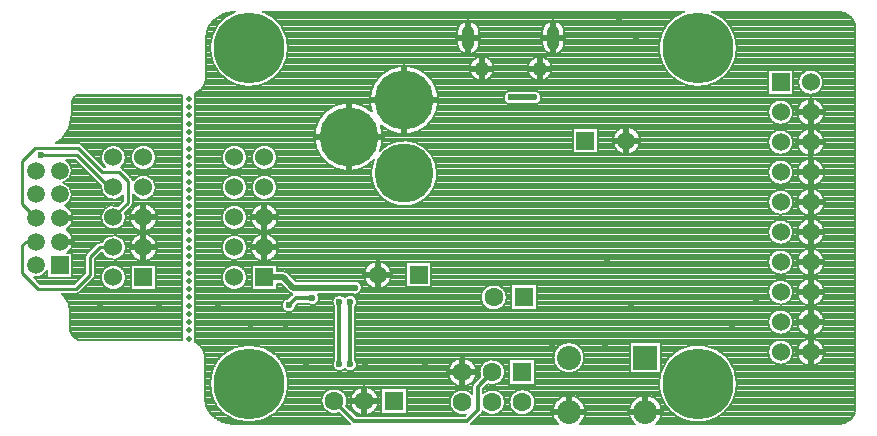
<source format=gbl>
G04*
G04 #@! TF.GenerationSoftware,Altium Limited,Altium Designer,18.1.7 (191)*
G04*
G04 Layer_Physical_Order=2*
G04 Layer_Color=16711680*
%FSLAX24Y24*%
%MOIN*%
G70*
G01*
G75*
%ADD11C,0.0118*%
%ADD13C,0.0098*%
%ADD15C,0.0079*%
%ADD49C,0.0197*%
%ADD51C,0.0197*%
%ADD52C,0.1969*%
%ADD53C,0.0600*%
%ADD54R,0.0600X0.0600*%
%ADD55R,0.0600X0.0600*%
%ADD56C,0.0630*%
%ADD57R,0.0630X0.0630*%
%ADD58C,0.0800*%
%ADD59R,0.0800X0.0800*%
%ADD60C,0.0591*%
%ADD61R,0.0591X0.0591*%
%ADD62C,0.2362*%
%ADD63C,0.0492*%
%ADD64O,0.0433X0.0787*%
%ADD65C,0.0236*%
D11*
X44764Y19646D02*
Y21732D01*
X44409Y19646D02*
Y21732D01*
X42717Y21614D02*
X42953Y21850D01*
X43504D01*
X49016Y18898D02*
X49504Y19386D01*
X49016Y18110D02*
Y18898D01*
X48661Y17756D02*
X49016Y18110D01*
X44906Y17756D02*
X48661D01*
X44236Y18425D02*
X44906Y17756D01*
D13*
X36417Y23543D02*
X36874D01*
X36102Y23228D02*
X36417Y23543D01*
X36102Y22635D02*
Y23228D01*
X35633Y22165D02*
X36102Y22635D01*
X34370Y22165D02*
X35633D01*
X33842Y22693D02*
X34370Y22165D01*
X33842Y22693D02*
Y23626D01*
X33957Y23740D01*
X34291D01*
X36874Y24543D02*
X37362Y25031D01*
Y25748D01*
X37047Y26063D02*
X37362Y25748D01*
X36496Y26063D02*
X37047D01*
X35689Y26870D02*
X36496Y26063D01*
X34272Y26870D02*
X35689D01*
X33842Y26440D02*
X34272Y26870D01*
X33842Y26438D02*
Y26440D01*
X33839Y26434D02*
X33842Y26438D01*
X33839Y24980D02*
Y26434D01*
Y24980D02*
X34291Y24528D01*
X36740Y25543D02*
X36874D01*
X35659Y26624D02*
X36740Y25543D01*
X34449Y26624D02*
X35659D01*
D15*
X61604Y30863D02*
G03*
X61457Y31220I-505J0D01*
G01*
X61456Y31220D02*
G03*
X61005Y31407I-452J-452D01*
G01*
X60532Y29051D02*
G03*
X60532Y29051I-418J0D01*
G01*
X60572Y28051D02*
G03*
X60572Y28051I-457J0D01*
G01*
Y27051D02*
G03*
X60572Y27051I-457J0D01*
G01*
X59532Y28051D02*
G03*
X59532Y28051I-418J0D01*
G01*
Y27051D02*
G03*
X59532Y27051I-418J0D01*
G01*
X60572Y25051D02*
G03*
X60572Y25051I-457J0D01*
G01*
Y26051D02*
G03*
X60572Y26051I-457J0D01*
G01*
X59532D02*
G03*
X59532Y26051I-418J0D01*
G01*
X60572Y24055D02*
G03*
X60572Y24055I-457J0D01*
G01*
X59532Y25051D02*
G03*
X59532Y25051I-418J0D01*
G01*
Y24055D02*
G03*
X59532Y24055I-418J0D01*
G01*
X57657Y30197D02*
G03*
X56830Y31407I-1299J0D01*
G01*
X51909Y30719D02*
G03*
X51161Y30719I-374J0D01*
G01*
Y30364D02*
G03*
X51909Y30364I374J0D01*
G01*
X55887Y31407D02*
G03*
X57657Y30197I472J-1211D01*
G01*
X51486Y29508D02*
G03*
X51486Y29508I-404J0D01*
G01*
X51142Y28543D02*
G03*
X50811Y28760I-236J0D01*
G01*
X50213D02*
G03*
X50213Y28327I-94J-217D01*
G01*
X49075Y30719D02*
G03*
X48327Y30719I-374J0D01*
G01*
Y30364D02*
G03*
X49075Y30364I374J0D01*
G01*
X49557Y29508D02*
G03*
X49557Y29508I-404J0D01*
G01*
X47707Y28455D02*
G03*
X45489Y28073I-1142J0D01*
G01*
X50811Y28327D02*
G03*
X51142Y28543I94J217D01*
G01*
X54434Y27106D02*
G03*
X54434Y27106I-457J0D01*
G01*
X45791Y27616D02*
G03*
X47707Y28455I774J839D01*
G01*
X45856Y27234D02*
G03*
X45791Y27616I-1142J0D01*
G01*
X45753Y26759D02*
G03*
X45856Y27234I-1038J475D01*
G01*
X47667Y26014D02*
G03*
X45753Y26759I-1102J0D01*
G01*
X45560Y26467D02*
G03*
X47667Y26014I1005J-453D01*
G01*
X60572Y23055D02*
G03*
X60572Y23055I-457J0D01*
G01*
Y22055D02*
G03*
X60572Y22055I-457J0D01*
G01*
Y21055D02*
G03*
X60572Y21055I-457J0D01*
G01*
X59532Y23055D02*
G03*
X59532Y23055I-418J0D01*
G01*
Y22055D02*
G03*
X59532Y22055I-418J0D01*
G01*
Y21055D02*
G03*
X59532Y21055I-418J0D01*
G01*
X61457Y17832D02*
G03*
X61604Y18188I-357J357D01*
G01*
X60572Y20055D02*
G03*
X60572Y20055I-457J0D01*
G01*
X59532D02*
G03*
X59532Y20055I-418J0D01*
G01*
X61005Y17645D02*
G03*
X61456Y17832I0J639D01*
G01*
X57657Y19006D02*
G03*
X55124Y19413I-1299J0D01*
G01*
X55106Y19353D02*
G03*
X57657Y19006I1252J-347D01*
G01*
X55164Y18071D02*
G03*
X54247Y17645I-557J0D01*
G01*
X54966D02*
G03*
X55164Y18071I-360J426D01*
G01*
X55124Y19413D02*
G03*
X55106Y19353I1234J-407D01*
G01*
X52574Y19871D02*
G03*
X52574Y19871I-518J0D01*
G01*
X46137Y22628D02*
G03*
X46137Y22628I-457J0D01*
G01*
X49984Y21878D02*
G03*
X49984Y21878I-433J0D01*
G01*
X49937Y19386D02*
G03*
X49099Y19232I-433J0D01*
G01*
X49350Y18981D02*
G03*
X49937Y19386I154J405D01*
G01*
X48976D02*
G03*
X48976Y19386I-472J0D01*
G01*
X52614Y18071D02*
G03*
X51697Y17645I-557J0D01*
G01*
X50937Y18386D02*
G03*
X50937Y18386I-433J0D01*
G01*
X52416Y17645D02*
G03*
X52614Y18071I-360J426D01*
G01*
X48890Y19023D02*
G03*
X48839Y18898I125J-125D01*
G01*
X48890Y19023D02*
G03*
X48839Y18898I125J-125D01*
G01*
X49937Y18386D02*
G03*
X49193Y18687I-433J0D01*
G01*
X49141Y17985D02*
G03*
X49191Y18086I-125J125D01*
G01*
X49191D02*
G03*
X49937Y18386I313J300D01*
G01*
X49141Y17985D02*
G03*
X49191Y18086I-125J125D01*
G01*
X48839Y18661D02*
G03*
X48625Y17970I-335J-275D01*
G01*
X42697Y30197D02*
G03*
X41869Y31407I-1299J0D01*
G01*
X45489Y28073D02*
G03*
X45560Y26467I-774J-839D01*
G01*
X42324Y26543D02*
G03*
X42324Y26543I-418J0D01*
G01*
X40926Y31407D02*
G03*
X40198Y31103I7J-1040D01*
G01*
X40926Y31407D02*
G03*
X42697Y30197I472J-1211D01*
G01*
X41324Y26543D02*
G03*
X41324Y26543I-418J0D01*
G01*
X42324Y25543D02*
G03*
X42324Y25543I-418J0D01*
G01*
X42363Y24543D02*
G03*
X42363Y24543I-457J0D01*
G01*
X41324Y25543D02*
G03*
X41324Y25543I-418J0D01*
G01*
Y24543D02*
G03*
X41324Y24543I-418J0D01*
G01*
X40197Y31103D02*
G03*
X39970Y30554I549J-549D01*
G01*
X39803Y28809D02*
G03*
X39970Y29213I-403J403D01*
G01*
X39606Y28681D02*
G03*
X39803Y28809I-206J532D01*
G01*
X38292Y26543D02*
G03*
X38292Y26543I-418J0D01*
G01*
X37292D02*
G03*
X36597Y26230I-418J0D01*
G01*
X37127Y26210D02*
G03*
X37292Y26543I-253J333D01*
G01*
X37166Y26181D02*
G03*
X37127Y26210I-118J-118D01*
G01*
X37166Y26181D02*
G03*
X37127Y26210I-118J-118D01*
G01*
X35790Y28642D02*
G03*
X35551Y28543I0J-338D01*
G01*
D02*
G03*
X35482Y28376I167J-167D01*
G01*
X35158Y27165D02*
G03*
X35482Y27949I-784J784D01*
G01*
X35807Y26988D02*
G03*
X35689Y27037I-118J-118D01*
G01*
X35807Y26988D02*
G03*
X35689Y27037I-118J-118D01*
G01*
X35492Y26102D02*
G03*
X35292Y26457I-413J0D01*
G01*
X34962Y27037D02*
G03*
X35158Y27165I-208J531D01*
G01*
X35205Y25709D02*
G03*
X35492Y26102I-126J394D01*
G01*
X38292Y25543D02*
G03*
X37527Y25777I-418J0D01*
G01*
X37530Y25306D02*
G03*
X38292Y25543I344J237D01*
G01*
X37527Y25777D02*
G03*
X37481Y25866I-165J-29D01*
G01*
X37527Y25777D02*
G03*
X37481Y25866I-165J-29D01*
G01*
Y24913D02*
G03*
X37530Y25031I-118J118D01*
G01*
X37481Y24913D02*
G03*
X37530Y25031I-118J118D01*
G01*
X38331Y24543D02*
G03*
X38331Y24543I-457J0D01*
G01*
X36458Y25588D02*
G03*
X37195Y25275I416J-45D01*
G01*
X35492Y25315D02*
G03*
X35205Y25709I-413J0D01*
G01*
X35259Y24943D02*
G03*
X35492Y25315I-180J372D01*
G01*
X37292Y24543D02*
G03*
X37263Y24696I-418J0D01*
G01*
X37027Y24933D02*
G03*
X37292Y24543I-153J-389D01*
G01*
X35531Y24528D02*
G03*
X35259Y24943I-453J0D01*
G01*
X35302Y24134D02*
G03*
X35531Y24528I-224J394D01*
G01*
X44827Y21988D02*
G03*
X45157Y22205I94J217D01*
G01*
D02*
G03*
X44827Y22421I-236J0D01*
G01*
X42689Y22696D02*
G03*
X42535Y22760I-153J-153D01*
G01*
X42689Y22696D02*
G03*
X42535Y22760I-153J-153D01*
G01*
X42721Y22052D02*
G03*
X42844Y21990I153J153D01*
G01*
X42721Y22052D02*
G03*
X42844Y21990I153J153D01*
G01*
X44941Y21576D02*
G03*
X45000Y21732I-177J156D01*
G01*
D02*
G03*
X44587Y21889I-236J0D01*
G01*
X44587D02*
G03*
X44232Y21576I-177J-156D01*
G01*
X43740Y21850D02*
G03*
X43696Y21988I-236J0D01*
G01*
X43348Y21673D02*
G03*
X43740Y21850I156J177D01*
G01*
X42702Y21850D02*
G03*
X42952Y21599I15J-236D01*
G01*
X42363Y23543D02*
G03*
X42363Y23543I-457J0D01*
G01*
X41324D02*
G03*
X41324Y23543I-418J0D01*
G01*
Y22543D02*
G03*
X41324Y22543I-418J0D01*
G01*
X45000Y19646D02*
G03*
X44941Y19802I-236J0D01*
G01*
X45709Y18425D02*
G03*
X45709Y18425I-472J0D01*
G01*
X44587Y19489D02*
G03*
X45000Y19646I177J156D01*
G01*
X44232Y19802D02*
G03*
X44587Y19489I177J-156D01*
G01*
X44669Y18425D02*
G03*
X44390Y18020I-433J0D01*
G01*
X44641Y18271D02*
G03*
X44669Y18425I-405J154D01*
G01*
X42697Y19006D02*
G03*
X42697Y19006I-1299J0D01*
G01*
X37292Y23543D02*
G03*
X36491Y23711I-418J0D01*
G01*
X38331Y23543D02*
G03*
X38331Y23543I-457J0D01*
G01*
X36417Y23711D02*
G03*
X36299Y23662I0J-167D01*
G01*
X36491Y23376D02*
G03*
X37292Y23543I383J167D01*
G01*
X36417Y23711D02*
G03*
X36299Y23662I0J-167D01*
G01*
X35334Y23366D02*
G03*
X35531Y23740I-255J374D01*
G01*
D02*
G03*
X35302Y24134I-453J0D01*
G01*
X35984Y23347D02*
G03*
X35935Y23228I118J-118D01*
G01*
X35984Y23347D02*
G03*
X35935Y23228I118J-118D01*
G01*
X37292Y22543D02*
G03*
X37292Y22543I-418J0D01*
G01*
X36221Y22517D02*
G03*
X36270Y22635I-118J118D01*
G01*
X36221Y22517D02*
G03*
X36270Y22635I-118J118D01*
G01*
X34228Y22544D02*
G03*
X34665Y22777I64J408D01*
G01*
X39764Y20276D02*
G03*
X39606Y20387I-403J-403D01*
G01*
X39931Y19872D02*
G03*
X39764Y20276I-571J0D01*
G01*
X40924Y17645D02*
G03*
X40894Y17648I-30J-165D01*
G01*
X40161Y17949D02*
G03*
X40894Y17648I732J738D01*
G01*
X39931Y18501D02*
G03*
X40158Y17953I776J0D01*
G01*
X35633Y21998D02*
G03*
X35751Y22047I0J167D01*
G01*
X35633Y21998D02*
G03*
X35751Y22047I0J167D01*
G01*
X35197Y21969D02*
G03*
X35165Y21998I-403J-403D01*
G01*
X35443Y21375D02*
G03*
X35197Y21969I-839J0D01*
G01*
X35443Y20758D02*
G03*
X35512Y20591I236J0D01*
G01*
D02*
G03*
X35869Y20443I357J357D01*
G01*
X60500Y29213D02*
X61604D01*
X60532Y29055D02*
X61604D01*
X60524Y29134D02*
X61604D01*
X60385Y29370D02*
X61604D01*
X60244Y29449D02*
X61604D01*
X60456Y29291D02*
X61604D01*
X60503Y28898D02*
X61604D01*
X60526Y28976D02*
X61604D01*
X60462Y28819D02*
X61604D01*
X60265Y28661D02*
X61604D01*
X60394Y28740D02*
X61604D01*
X60180Y28504D02*
X61604D01*
X59532Y29449D02*
X59985D01*
X59532Y28633D02*
Y29469D01*
Y29370D02*
X59844D01*
X59532Y29291D02*
X59772D01*
X59532Y29213D02*
X59728D01*
X59532Y28819D02*
X59767D01*
X59532Y28898D02*
X59725D01*
X60378Y28425D02*
X61604D01*
X59532Y29134D02*
X59704D01*
X59532Y29055D02*
X59696D01*
X59532Y28976D02*
X59703D01*
X60568Y28110D02*
X61604D01*
X60550Y28189D02*
X61604D01*
X60561Y27953D02*
X61604D01*
X60571Y28031D02*
X61604D01*
X60517Y28268D02*
X61604D01*
X60464Y28346D02*
X61604D01*
X60536Y27874D02*
X61604D01*
X60529Y27244D02*
X61604D01*
X60493Y27795D02*
X61604D01*
X60557Y27165D02*
X61604D01*
X60310Y27638D02*
X61604D01*
X60426Y27716D02*
X61604D01*
X60482Y27323D02*
X61604D01*
X60408Y27402D02*
X61604D01*
X60273Y27480D02*
X61604D01*
X57657Y30236D02*
X61604D01*
X57652Y30315D02*
X61604D01*
X57652Y30079D02*
X61604D01*
X57657Y30157D02*
X61604D01*
X57642Y30394D02*
X61604D01*
X57628Y30472D02*
X61604D01*
X57642Y30000D02*
X61604D01*
X57608Y29842D02*
X61604D01*
X57628Y29921D02*
X61604D01*
X57583Y29764D02*
X61604D01*
X57515Y29606D02*
X61604D01*
X57552Y29685D02*
X61604D01*
X57472Y29527D02*
X61604D01*
X57290Y31102D02*
X61544D01*
X57206Y31181D02*
X61492D01*
X57361Y31024D02*
X61578D01*
X56978Y31339D02*
X61293D01*
X56830Y31407D02*
X61005D01*
X57105Y31260D02*
X61413D01*
X57583Y30630D02*
X61604D01*
X57552Y30709D02*
X61604D01*
X57608Y30551D02*
X61604D01*
X57472Y30866D02*
X61604D01*
X57421Y30945D02*
X61598D01*
X57516Y30787D02*
X61604D01*
X59532Y28661D02*
X59963D01*
X59532Y28740D02*
X59835D01*
X59410Y28346D02*
X59765D01*
X59445Y27795D02*
X59735D01*
X51138Y28583D02*
X61604D01*
X51138Y28504D02*
X60048D01*
X59301Y28425D02*
X59851D01*
X59342Y27402D02*
X59820D01*
X59365Y27716D02*
X59802D01*
X59432Y27323D02*
X59746D01*
X54042Y27559D02*
X61604D01*
X59176Y27638D02*
X59918D01*
X54240Y27480D02*
X59955D01*
X59472Y28268D02*
X59711D01*
X59509Y28189D02*
X59678D01*
X59528Y28110D02*
X59661D01*
X58696Y28633D02*
X59532D01*
X58696Y29469D02*
X59532D01*
X59521Y27953D02*
X59667D01*
X59532Y28031D02*
X59657D01*
X59516Y27165D02*
X59671D01*
X59485Y27244D02*
X59699D01*
X59493Y27874D02*
X59692D01*
X60570Y27008D02*
X61604D01*
X60570Y27087D02*
X61604D01*
X60525Y26850D02*
X61604D01*
X60555Y26929D02*
X61604D01*
X60399Y26693D02*
X61604D01*
X60476Y26772D02*
X61604D01*
X60249Y26614D02*
X61604D01*
X60563Y26142D02*
X61604D01*
X60539Y26220D02*
X61604D01*
X60571Y26063D02*
X61604D01*
X60434Y26378D02*
X61604D01*
X60326Y26457D02*
X61604D01*
X60499Y26299D02*
X61604D01*
X60548Y25905D02*
X61604D01*
X60567Y25984D02*
X61604D01*
X60457Y25748D02*
X61604D01*
X60513Y25827D02*
X61604D01*
X60548Y25197D02*
X61604D01*
X60513Y25276D02*
X61604D01*
X60567Y25118D02*
X61604D01*
X60366Y25433D02*
X61604D01*
X60366Y25669D02*
X61604D01*
X60457Y25354D02*
X61604D01*
X60563Y24961D02*
X61604D01*
X60571Y25039D02*
X61604D01*
X60499Y24803D02*
X61604D01*
X60539Y24882D02*
X61604D01*
X60326Y24646D02*
X61604D01*
X60434Y24724D02*
X61604D01*
X60262Y24488D02*
X61604D01*
X60556Y24173D02*
X61604D01*
X60527Y24252D02*
X61604D01*
X60556Y23937D02*
X61604D01*
X60479Y24331D02*
X61604D01*
X60404Y24409D02*
X61604D01*
X60527Y23858D02*
X61604D01*
X60570Y24016D02*
X61604D01*
X60570Y24094D02*
X61604D01*
X60479Y23779D02*
X61604D01*
X60261Y23622D02*
X61604D01*
X60403Y23701D02*
X61604D01*
X59330Y26693D02*
X59830D01*
X59425Y26772D02*
X59752D01*
X59375Y26378D02*
X59794D01*
X47536Y26535D02*
X61604D01*
X47490Y26614D02*
X59979D01*
X59216Y26457D02*
X59902D01*
X59402Y25748D02*
X59772D01*
X59285Y25433D02*
X59862D01*
X47583Y25591D02*
X61604D01*
X59284Y25669D02*
X59862D01*
X47546Y25512D02*
X61604D01*
X59530Y27008D02*
X59659D01*
X59531Y27087D02*
X59658D01*
X59514Y26929D02*
X59673D01*
X59451Y26299D02*
X59730D01*
X59481Y26850D02*
X59703D01*
X59522Y26142D02*
X59666D01*
X59532Y26063D02*
X59657D01*
X59527Y25984D02*
X59662D01*
X59496Y26220D02*
X59689D01*
X59506Y25905D02*
X59681D01*
X59467Y25827D02*
X59716D01*
X59467Y25276D02*
X59715D01*
X59451Y24803D02*
X59730D01*
X59375Y24724D02*
X59794D01*
X59402Y25354D02*
X59772D01*
X59216Y24646D02*
X59902D01*
X59429Y24331D02*
X59749D01*
X59483Y23858D02*
X59701D01*
X59336Y24409D02*
X59825D01*
X59429Y23779D02*
X59749D01*
X59336Y23701D02*
X59825D01*
X59527Y25118D02*
X59662D01*
X59532Y25039D02*
X59657D01*
X59522Y24961D02*
X59666D01*
X59496Y24882D02*
X59689D01*
X59506Y25197D02*
X59680D01*
X59515Y24173D02*
X59672D01*
X59530Y24094D02*
X59658D01*
X59530Y24016D02*
X59658D01*
X59483Y24252D02*
X59701D01*
X59515Y23937D02*
X59672D01*
X51903Y30787D02*
X55201D01*
X51909Y30709D02*
X55164D01*
X51909Y30630D02*
X55133D01*
X51752Y31024D02*
X55356D01*
X51833Y30945D02*
X55296D01*
X51879Y30866D02*
X55245D01*
X51909Y30551D02*
X55108D01*
X51909Y30472D02*
X55089D01*
X51620Y30000D02*
X55074D01*
X51395Y29764D02*
X55133D01*
X51308Y29842D02*
X55108D01*
X51445Y29685D02*
X55164D01*
X51909Y30364D02*
Y30719D01*
X51161Y30364D02*
Y30719D01*
X51909Y30394D02*
X55074D01*
X51906Y30315D02*
X55064D01*
X51887Y30236D02*
X55060D01*
X51777Y30079D02*
X55064D01*
X51847Y30157D02*
X55060D01*
X57360Y29370D02*
X58696D01*
X57420Y29449D02*
X58696D01*
Y28633D02*
Y29469D01*
X57290Y29291D02*
X58696D01*
X57206Y29213D02*
X58696D01*
X51423Y29291D02*
X55427D01*
X56978Y29055D02*
X58696D01*
X57105Y29134D02*
X58696D01*
X56804Y28976D02*
X58696D01*
X51234Y29134D02*
X55611D01*
X51358Y29213D02*
X55510D01*
X51036Y28740D02*
X58696D01*
X51474Y29606D02*
X55201D01*
X51482Y29449D02*
X55296D01*
X51486Y29527D02*
X55245D01*
X51462Y29370D02*
X55356D01*
X50213Y28760D02*
X50811D01*
X49068Y30787D02*
X51168D01*
X49075Y30709D02*
X51161D01*
X49075Y30551D02*
X51161D01*
X49075Y30630D02*
X51161D01*
X48917Y31024D02*
X51319D01*
X48999Y30945D02*
X51238D01*
X49044Y30866D02*
X51192D01*
X49072Y30315D02*
X51165D01*
X49075Y30472D02*
X51161D01*
X49052Y30236D02*
X51184D01*
X48942Y30079D02*
X51294D01*
X49012Y30157D02*
X51224D01*
X48786Y30000D02*
X51450D01*
X49075Y30364D02*
Y30719D01*
X48327Y30364D02*
Y30719D01*
X49379Y29842D02*
X50857D01*
X49466Y29764D02*
X50771D01*
X49516Y29685D02*
X50720D01*
X49075Y30394D02*
X51161D01*
X49545Y29606D02*
X50691D01*
X49557Y29527D02*
X50680D01*
X49533Y29370D02*
X50703D01*
X49553Y29449D02*
X50683D01*
X49494Y29291D02*
X50742D01*
X49429Y29213D02*
X50808D01*
X47647Y28819D02*
X58696D01*
X49305Y29134D02*
X50931D01*
X47670Y28740D02*
X49987D01*
X47581Y28976D02*
X55913D01*
X47536Y29055D02*
X55738D01*
X47617Y28898D02*
X58696D01*
X47419Y29213D02*
X48879D01*
X47342Y29291D02*
X48813D01*
X47483Y29134D02*
X49002D01*
X47127Y29449D02*
X48754D01*
X46956Y29527D02*
X48750D01*
X47247Y29370D02*
X48774D01*
X51110Y28425D02*
X58927D01*
X51110Y28661D02*
X58696D01*
X51036Y28346D02*
X58818D01*
X53017Y27480D02*
X53713D01*
X47691Y28268D02*
X58756D01*
X47675Y28189D02*
X58719D01*
X47653Y28110D02*
X58700D01*
X54413Y27244D02*
X58743D01*
X54430Y27165D02*
X58712D01*
X54433Y27087D02*
X58698D01*
X54326Y27402D02*
X58886D01*
X53017D02*
X53627D01*
X54379Y27323D02*
X58796D01*
X47706Y28425D02*
X49914D01*
X47706Y28504D02*
X49885D01*
X47688Y28661D02*
X49914D01*
X47700Y28583D02*
X49885D01*
X47702Y28346D02*
X49988D01*
X53017Y27244D02*
X53540D01*
X53017Y27165D02*
X53523D01*
X53017Y27087D02*
X53519D01*
X52180Y27524D02*
X53017D01*
X50213Y28327D02*
X50811D01*
X53017Y27323D02*
X53573D01*
X54398Y26929D02*
X58714D01*
X54423Y27008D02*
X58698D01*
X54288Y26772D02*
X58803D01*
X54356Y26850D02*
X58747D01*
X54172Y26693D02*
X58899D01*
X47648Y26220D02*
X58732D01*
X47667Y25984D02*
X58701D01*
X47666Y26063D02*
X58696D01*
X47662Y25905D02*
X58722D01*
X47651Y25827D02*
X58761D01*
X47660Y26142D02*
X58706D01*
X47635Y25748D02*
X58826D01*
X53017Y26688D02*
Y27524D01*
X52180Y26688D02*
Y27524D01*
X53017Y26929D02*
X53555D01*
X53017Y27008D02*
X53530D01*
X53017Y26850D02*
X53597D01*
X53017Y26693D02*
X53781D01*
X53017Y26772D02*
X53664D01*
X52180Y26688D02*
X53017D01*
X47590Y27953D02*
X58708D01*
X47625Y28031D02*
X58697D01*
X47497Y27795D02*
X58784D01*
X47548Y27874D02*
X58735D01*
X47363Y27638D02*
X59052D01*
X47436Y27716D02*
X58864D01*
X47273Y27559D02*
X53910D01*
X47006Y27402D02*
X52180D01*
X47160Y27480D02*
X52180D01*
X46819Y27087D02*
X52180D01*
X45856Y27244D02*
X52180D01*
X46714Y27323D02*
X52180D01*
X45854Y27165D02*
X52180D01*
X45200Y28268D02*
X45439D01*
X45341Y28189D02*
X45455D01*
X45853Y27323D02*
X46416D01*
X45844Y27402D02*
X46124D01*
X45847Y27087D02*
X46311D01*
X45829Y27480D02*
X45970D01*
X45809Y27559D02*
X45857D01*
X47574Y26457D02*
X59012D01*
X47605Y26378D02*
X58853D01*
X47612Y25669D02*
X58944D01*
X47630Y26299D02*
X58778D01*
X47433Y26693D02*
X52180D01*
X47283Y26850D02*
X52180D01*
X47502Y25433D02*
X58944D01*
X47448Y25354D02*
X58826D01*
X47384Y25276D02*
X58761D01*
X47305Y25197D02*
X58722D01*
X47208Y25118D02*
X58701D01*
X47080Y25039D02*
X58696D01*
X46890Y24961D02*
X58706D01*
X47042Y27008D02*
X52180D01*
X45834D02*
X46088D01*
X47179Y26929D02*
X52180D01*
X45815D02*
X45951D01*
X47366Y26772D02*
X52180D01*
X45790Y26850D02*
X45847D01*
X45470Y26378D02*
X45524D01*
X45370Y26299D02*
X45500D01*
X45240Y26220D02*
X45482D01*
X60562Y23150D02*
X61604D01*
X60538Y23228D02*
X61604D01*
X60567Y22992D02*
X61604D01*
X60571Y23071D02*
X61604D01*
X60430Y23386D02*
X61604D01*
X60318Y23465D02*
X61604D01*
X60496Y23307D02*
X61604D01*
X60515Y22835D02*
X61604D01*
X60549Y22913D02*
X61604D01*
X60547Y22205D02*
X61604D01*
X60372Y22677D02*
X61604D01*
X60460Y22756D02*
X61604D01*
X60453Y22362D02*
X61604D01*
X60140Y22598D02*
X61604D01*
X59532Y23071D02*
X59657D01*
X60566Y22126D02*
X61604D01*
X60511Y22283D02*
X61604D01*
X60572Y22047D02*
X61604D01*
X60360Y22441D02*
X61604D01*
X59532Y22047D02*
X59657D01*
X60541Y21890D02*
X61604D01*
X60563Y21968D02*
X61604D01*
X61604Y18189D02*
X61604Y30863D01*
X60501Y21811D02*
X61604D01*
X60333Y21653D02*
X61604D01*
X60438Y21732D02*
X61604D01*
X60236Y21496D02*
X61604D01*
X60571Y21024D02*
X61604D01*
X60554Y21181D02*
X61604D01*
X60558Y20945D02*
X61604D01*
X60473Y21339D02*
X61604D01*
X60394Y21417D02*
X61604D01*
X60523Y21260D02*
X61604D01*
X60569Y21102D02*
X61604D01*
X59530D02*
X59659D01*
X59531Y21024D02*
X59658D01*
X59448Y23307D02*
X59732D01*
X59495Y23228D02*
X59691D01*
X59469Y22835D02*
X59713D01*
X59508Y22913D02*
X59679D01*
X59199Y23465D02*
X59910D01*
X59370Y23386D02*
X59798D01*
X59406Y22756D02*
X59768D01*
X59293Y22677D02*
X59856D01*
X59398Y22362D02*
X59775D01*
X59464Y22283D02*
X59718D01*
X47475Y22520D02*
X61604D01*
X47475Y22598D02*
X60088D01*
X59275Y22441D02*
X59868D01*
X59521Y23150D02*
X59667D01*
X59528Y22992D02*
X59661D01*
X47475D02*
X58701D01*
X45794Y23071D02*
X58696D01*
X47475Y22913D02*
X58721D01*
X47475Y22441D02*
X58953D01*
X47475Y22362D02*
X58830D01*
X50984Y22283D02*
X58764D01*
X47475Y22756D02*
X58822D01*
X47475Y22835D02*
X58759D01*
X47475Y22677D02*
X58935D01*
X59498Y21890D02*
X59688D01*
X59505Y22205D02*
X59682D01*
X59380Y21732D02*
X59790D01*
X59454Y21811D02*
X59727D01*
X50984Y21575D02*
X61604D01*
X59230Y21653D02*
X59895D01*
X50984Y21496D02*
X59992D01*
X59513Y21181D02*
X59674D01*
X59517Y20945D02*
X59670D01*
X59487Y20866D02*
X59698D01*
X59323Y21417D02*
X59835D01*
X59422Y21339D02*
X59755D01*
X59479Y21260D02*
X59705D01*
X59523Y21968D02*
X59665D01*
X59526Y22126D02*
X59662D01*
X50984Y22205D02*
X58724D01*
X50984Y22126D02*
X58702D01*
X50984Y22047D02*
X58696D01*
X50984Y21653D02*
X58998D01*
X50984Y21732D02*
X58849D01*
X50984Y21890D02*
X58730D01*
X50984Y21968D02*
X58705D01*
X50984Y21811D02*
X58775D01*
X60485Y20787D02*
X61604D01*
X60531Y20866D02*
X61604D01*
X60491Y20315D02*
X61604D01*
X60422Y20394D02*
X61604D01*
X60283Y20630D02*
X61604D01*
X60413Y20709D02*
X61604D01*
X60302Y20472D02*
X61604D01*
X60571Y20079D02*
X61604D01*
X60560Y20157D02*
X61604D01*
X60568Y20000D02*
X61604D01*
X60534Y20236D02*
X61604D01*
X60552Y19921D02*
X61604D01*
X59435Y20787D02*
X59743D01*
X59442Y20315D02*
X59738D01*
X59491Y20236D02*
X59694D01*
X59140Y20472D02*
X59927D01*
X59348Y20709D02*
X59815D01*
X59360Y20394D02*
X59806D01*
X59529Y20000D02*
X59660D01*
X59532Y20079D02*
X59657D01*
X59510Y19921D02*
X59677D01*
X59520Y20157D02*
X59668D01*
X59474Y19842D02*
X59709D01*
X60519D02*
X61604D01*
X60467Y19764D02*
X61604D01*
X60203Y19606D02*
X61604D01*
X60383Y19685D02*
X61604D01*
X57580Y19449D02*
X61604D01*
X57548Y19528D02*
X61604D01*
X57605Y19370D02*
X61604D01*
X57651Y19134D02*
X61604D01*
X57641Y19213D02*
X61604D01*
X57630Y18740D02*
X61604D01*
X57626Y19291D02*
X61604D01*
X57611Y18661D02*
X61604D01*
X59414Y19764D02*
X59761D01*
X59309Y19685D02*
X59845D01*
X57657Y19055D02*
X61604D01*
X57653Y18898D02*
X61604D01*
X57657Y18976D02*
X61604D01*
X57587Y18583D02*
X61604D01*
X57644Y18819D02*
X61604D01*
X57557Y18504D02*
X61604D01*
X56776Y20236D02*
X58737D01*
X56960Y20157D02*
X58709D01*
X57091Y20079D02*
X58697D01*
X55124Y20315D02*
X58787D01*
X55124Y20236D02*
X55941D01*
X55124Y20157D02*
X55757D01*
X57466Y19685D02*
X58920D01*
X57414Y19764D02*
X58814D01*
X57510Y19606D02*
X60026D01*
X57280Y19921D02*
X58718D01*
X57195Y20000D02*
X58700D01*
X57352Y19842D02*
X58754D01*
X55124Y20000D02*
X55522D01*
X55124Y19921D02*
X55436D01*
X55124Y19842D02*
X55364D01*
X55124Y20079D02*
X55625D01*
X54088Y20389D02*
X55124D01*
Y19413D02*
Y20389D01*
Y19764D02*
X55303D01*
X55124Y19685D02*
X55251D01*
X55124Y19606D02*
X55206D01*
X55124Y19528D02*
X55168D01*
X54827Y18583D02*
X55130D01*
X54957Y18504D02*
X55160D01*
X57478Y18346D02*
X61604D01*
X57520Y18425D02*
X61604D01*
X57368Y18189D02*
X61604D01*
X57427Y18268D02*
X61604D01*
X57299Y18110D02*
X61598D01*
X57218Y18031D02*
X61579D01*
X57119Y17953D02*
X61546D01*
X56996Y17874D02*
X61494D01*
X56830Y17795D02*
X61416D01*
X56518Y17716D02*
X61299D01*
X55037D02*
X56199D01*
X54966Y17645D02*
X61005D01*
X55128Y18268D02*
X55289D01*
X55091Y18346D02*
X55239D01*
X55151Y18189D02*
X55348D01*
X55037Y18425D02*
X55196D01*
X55162Y18031D02*
X55499D01*
X55162Y18110D02*
X55417D01*
X55151Y17953D02*
X55598D01*
X55091Y17795D02*
X55887D01*
X55128Y17874D02*
X55721D01*
X52488Y20157D02*
X54088D01*
X52424Y20236D02*
X54088D01*
X52558Y20000D02*
X54088D01*
X52531Y20079D02*
X54088D01*
X50118Y21445D02*
X50984D01*
X50118Y22311D02*
X50984D01*
X52323Y20315D02*
X54088D01*
X52574Y19842D02*
X54088D01*
X52572Y19921D02*
X54088D01*
X52563Y19764D02*
X54088D01*
X50937Y19685D02*
X51573D01*
X50937Y19764D02*
X51549D01*
X52540Y19685D02*
X54088D01*
X49984Y21890D02*
X50118D01*
X49975Y21968D02*
X50118D01*
X50984Y21445D02*
Y22311D01*
X50118Y21445D02*
Y22311D01*
X49906Y22126D02*
X50118D01*
X49836Y22205D02*
X50118D01*
X49950Y22047D02*
X50118D01*
X49959Y21732D02*
X50118D01*
X49979Y21811D02*
X50118D01*
X50071Y19819D02*
X50937D01*
X49860Y21575D02*
X50118D01*
X49921Y21653D02*
X50118D01*
X49817Y19685D02*
X50071D01*
X52444Y19528D02*
X54088D01*
X52502Y19606D02*
X54088D01*
Y19353D02*
Y20389D01*
X52189Y19370D02*
X54088D01*
X52357Y19449D02*
X54088D01*
Y19353D02*
X55106D01*
X50937Y19370D02*
X51924D01*
X50937Y19291D02*
X55091D01*
X50937Y19213D02*
X55076D01*
X50937Y19134D02*
X55065D01*
X50937Y19055D02*
X55060D01*
X50937Y19528D02*
X51668D01*
X50937Y19606D02*
X51611D01*
X50937Y18953D02*
Y19819D01*
X49913Y19528D02*
X50071D01*
X49877Y19606D02*
X50071D01*
Y18953D02*
Y19819D01*
X50937Y19449D02*
X51756D01*
X49932D02*
X50071D01*
X49937Y19370D02*
X50071D01*
X49901Y19213D02*
X50071D01*
X49927Y19291D02*
X50071D01*
X49856Y19134D02*
X50071D01*
X46639Y23046D02*
X47475D01*
X46134Y22677D02*
X46639D01*
X47475Y22210D02*
Y23046D01*
X46136Y22598D02*
X46639D01*
X46118Y22756D02*
X46639D01*
X45956Y22992D02*
X46639D01*
X46124Y22520D02*
X46639D01*
X49704Y22283D02*
X50118D01*
X47475D02*
X49399D01*
X46639Y22210D02*
X47475D01*
X46051Y22362D02*
X46639D01*
X46097Y22441D02*
X46639D01*
X45853Y22205D02*
X49267D01*
X46087Y22835D02*
X46639D01*
X46037Y22913D02*
X46639D01*
Y22210D02*
Y23046D01*
X45980Y22283D02*
X46639D01*
X45144D02*
X45378D01*
X45097Y22362D02*
X45307D01*
X45157Y22205D02*
X45506D01*
X49755Y21496D02*
X50118D01*
X49715Y19764D02*
X50071D01*
X45144Y22126D02*
X49196D01*
X45097Y22047D02*
X49152D01*
X48625Y19842D02*
X51539D01*
X49784Y19055D02*
X50071D01*
X48922Y19606D02*
X49131D01*
X48787Y19764D02*
X49292D01*
X48870Y19685D02*
X49191D01*
X48890Y19023D02*
X49099Y19232D01*
X48955Y19528D02*
X49095D01*
X48972Y19449D02*
X49075D01*
X48967Y19291D02*
X49081D01*
X48976Y19370D02*
X49071D01*
X48943Y19213D02*
X49080D01*
X48904Y19134D02*
X49001D01*
X48841Y19055D02*
X48923D01*
X50838Y18661D02*
X55106D01*
X50937Y18976D02*
X55059D01*
X52277Y18583D02*
X54385D01*
X50890D02*
X51835D01*
X50510Y18819D02*
X55073D01*
X49266Y18898D02*
X55064D01*
X50753Y18740D02*
X55087D01*
X52407Y18504D02*
X54255D01*
X52487Y18425D02*
X54176D01*
X52541Y18346D02*
X54122D01*
X50921Y18504D02*
X51705D01*
X50935Y18425D02*
X51626D01*
X50935Y18346D02*
X51572D01*
X50071Y18953D02*
X50937D01*
X49645Y18976D02*
X50071D01*
X49753Y18740D02*
X50255D01*
X49510Y18819D02*
X50498D01*
X49193Y18824D02*
X49350Y18981D01*
X49193Y18687D02*
Y18824D01*
X49921Y18504D02*
X50087D01*
X49935Y18425D02*
X50073D01*
X49935Y18346D02*
X50073D01*
X49838Y18661D02*
X50170D01*
X49193Y18740D02*
X49255D01*
X49890Y18583D02*
X50118D01*
X52601Y18189D02*
X54061D01*
X52612Y18110D02*
X54050D01*
X52578Y18268D02*
X54085D01*
X52601Y17953D02*
X54061D01*
X52612Y18031D02*
X54050D01*
X52578Y17874D02*
X54085D01*
X52487Y17716D02*
X54176D01*
X52541Y17795D02*
X54122D01*
X52416Y17645D02*
X54247D01*
X50921Y18268D02*
X51535D01*
X50890Y18189D02*
X51511D01*
X49890D02*
X50118D01*
X49921Y18268D02*
X50087D01*
X50838Y18110D02*
X51500D01*
X50753Y18031D02*
X51500D01*
X49838Y18110D02*
X50170D01*
X49753Y18031D02*
X50255D01*
X49193Y18819D02*
X49498D01*
X48740Y18976D02*
X48857D01*
X45242Y18898D02*
X48839D01*
Y18661D02*
Y18898D01*
X48510Y18819D02*
X48839D01*
X46669D02*
X48498D01*
X48753Y18740D02*
X48839D01*
X46669D02*
X48255D01*
X46669Y18661D02*
X48170D01*
X46669Y18583D02*
X48118D01*
X45803Y18858D02*
X46669D01*
X45645Y18661D02*
X45803D01*
X45682Y18583D02*
X45803D01*
X45588Y18740D02*
X45803D01*
X45497Y18819D02*
X45803D01*
X46669Y18504D02*
X48087D01*
X46669Y18425D02*
X48073D01*
X45709D02*
X45803D01*
X45702Y18504D02*
X45803D01*
X45702Y18346D02*
X45803D01*
X49174Y18031D02*
X49255D01*
X46669D02*
X48255D01*
X48801Y17645D02*
X49141Y17985D01*
X49030Y17874D02*
X51535D01*
X49109Y17953D02*
X51511D01*
X48951Y17795D02*
X51572D01*
X48873Y17716D02*
X51626D01*
X48588Y17933D02*
X48625Y17970D01*
X48801Y17645D02*
X51697D01*
X46669Y18268D02*
X48087D01*
X46669Y18346D02*
X48073D01*
X46669Y17992D02*
Y18858D01*
X45803Y17992D02*
Y18858D01*
X45682Y18268D02*
X45803D01*
X46669Y18110D02*
X48170D01*
X46669Y18189D02*
X48118D01*
X45803Y17992D02*
X46669D01*
X45588Y18110D02*
X45803D01*
X45645Y18189D02*
X45803D01*
X45497Y18031D02*
X45803D01*
X42246Y31181D02*
X55510D01*
X42329Y31102D02*
X55427D01*
X42400Y31024D02*
X48484D01*
X42691Y30079D02*
X48459D01*
X41869Y31407D02*
X55887D01*
X42018Y31339D02*
X55738D01*
X42145Y31260D02*
X55611D01*
X42667Y29921D02*
X55089D01*
X42682Y30000D02*
X48616D01*
X42648Y29842D02*
X48928D01*
X42623Y29764D02*
X48841D01*
X42592Y29685D02*
X48791D01*
X42555Y29606D02*
X48762D01*
X42555Y30787D02*
X48333D01*
X42592Y30709D02*
X48327D01*
X42648Y30551D02*
X48327D01*
X42623Y30630D02*
X48327D01*
X42460Y30945D02*
X48403D01*
X42511Y30866D02*
X48357D01*
X42696Y30236D02*
X48349D01*
X42691Y30315D02*
X48330D01*
X42696Y30157D02*
X48389D01*
X42682Y30394D02*
X48327D01*
X42667Y30472D02*
X48327D01*
X42511Y29527D02*
X46174D01*
X42460Y29449D02*
X46003D01*
X42400Y29370D02*
X45882D01*
X42329Y29291D02*
X45788D01*
X42246Y29213D02*
X45711D01*
X42145Y29134D02*
X45647D01*
X42018Y29055D02*
X45594D01*
X41843Y28976D02*
X45549D01*
X44973Y28346D02*
X45428D01*
X42189Y26850D02*
X43639D01*
X42067Y26929D02*
X43614D01*
X42256Y26772D02*
X43671D01*
X41189Y26850D02*
X41622D01*
X41256Y26772D02*
X41555D01*
X42318Y26614D02*
X43756D01*
X42296Y26693D02*
X43709D01*
X42324Y26535D02*
X43812D01*
X41296Y26693D02*
X41515D01*
X41318Y26614D02*
X41493D01*
X41324Y26535D02*
X41487D01*
X39948Y29055D02*
X40778D01*
X39919Y28976D02*
X40952D01*
X39876Y28898D02*
X45513D01*
X39813Y28819D02*
X45483D01*
X39720Y28740D02*
X45459D01*
X39606Y28425D02*
X45424D01*
X39606Y28346D02*
X44456D01*
X39606Y28268D02*
X44229D01*
X39606Y28661D02*
X45442D01*
X39606Y28583D02*
X45430D01*
X39606Y28504D02*
X45424D01*
X40561Y31339D02*
X40778D01*
X40399Y31260D02*
X40651D01*
X40285Y31181D02*
X40550D01*
X40197Y31102D02*
X40466D01*
X40129Y31024D02*
X40395D01*
X40076Y30945D02*
X40335D01*
X39970Y29449D02*
X40335D01*
X39970Y29527D02*
X40284D01*
X39970Y29370D02*
X40395D01*
X39970Y29213D02*
X40550D01*
X39970Y29291D02*
X40466D01*
X39965Y29134D02*
X40651D01*
X39606Y27953D02*
X43827D01*
X39606Y27874D02*
X43769D01*
X39606Y27795D02*
X43720D01*
X39606Y27716D02*
X43680D01*
X39606Y28189D02*
X44088D01*
X39606Y28110D02*
X43982D01*
X39606Y28031D02*
X43897D01*
X39606Y27402D02*
X43585D01*
X39606Y27087D02*
X43582D01*
X39606Y27008D02*
X43596D01*
X39606Y27638D02*
X43647D01*
X39606Y27559D02*
X43620D01*
X39606Y27480D02*
X43600D01*
X39606Y27244D02*
X43573D01*
X41067Y26929D02*
X41744D01*
X39606Y27323D02*
X43576D01*
X39606Y27165D02*
X43575D01*
X39606Y26929D02*
X40744D01*
X39606Y26614D02*
X40493D01*
X39606Y26535D02*
X40487D01*
X39606Y26457D02*
X40496D01*
X39606Y26850D02*
X40622D01*
X39606Y26772D02*
X40555D01*
X39606Y26693D02*
X40515D01*
X42270Y25748D02*
X45495D01*
X45046Y26142D02*
X45470D01*
X42321Y25591D02*
X45547D01*
X42304Y25669D02*
X45518D01*
X42114Y25905D02*
X45468D01*
X42022Y26142D02*
X44383D01*
X42213Y25827D02*
X45479D01*
X42309Y25433D02*
X45628D01*
X42322Y25512D02*
X45584D01*
X42278Y25354D02*
X45682D01*
X42140Y25197D02*
X45825D01*
X42227Y25276D02*
X45746D01*
X42093Y24961D02*
X46239D01*
X42290Y26378D02*
X43959D01*
X42315Y26457D02*
X43879D01*
X42171Y26220D02*
X44190D01*
X42245Y26299D02*
X44059D01*
X41290Y26378D02*
X41522D01*
X41315Y26457D02*
X41496D01*
X41321Y25591D02*
X41490D01*
X41322Y25512D02*
X41489D01*
X41309Y25433D02*
X41502D01*
X41270Y25748D02*
X41541D01*
X41304Y25669D02*
X41507D01*
X41278Y25354D02*
X41533D01*
X42362Y24567D02*
X61604D01*
X42351Y24646D02*
X59013D01*
X42360Y24488D02*
X59967D01*
X42343Y24409D02*
X58892D01*
X42282Y24803D02*
X58778D01*
X42213Y24882D02*
X58732D01*
X42326Y24724D02*
X58853D01*
X42311Y24331D02*
X58800D01*
X42258Y24252D02*
X58745D01*
X42237Y23858D02*
X58745D01*
X42174Y24173D02*
X58713D01*
X41994Y24094D02*
X58698D01*
X42139Y23937D02*
X58713D01*
X41282Y24724D02*
X41485D01*
X41311Y24646D02*
X41460D01*
X41320Y24488D02*
X41451D01*
X41323Y24567D02*
X41449D01*
X41266Y24331D02*
X41500D01*
X41302Y24409D02*
X41468D01*
X41251Y23779D02*
X41514D01*
X41171Y26220D02*
X41640D01*
X41245Y26299D02*
X41566D01*
X41022Y26142D02*
X41789D01*
X39606Y26063D02*
X45464D01*
X39606Y26142D02*
X40789D01*
X39606Y25984D02*
X45463D01*
X41213Y25827D02*
X41598D01*
X41227Y25276D02*
X41584D01*
X41139Y25197D02*
X41672D01*
X41114Y25905D02*
X41697D01*
X39606D02*
X40697D01*
X39606Y25118D02*
X45922D01*
X39606Y25827D02*
X40598D01*
X39606Y25748D02*
X40541D01*
X39606Y25669D02*
X40507D01*
X39606Y26299D02*
X40566D01*
X39606Y26378D02*
X40522D01*
X39606Y26220D02*
X40640D01*
X39606Y25276D02*
X40584D01*
X39606Y25354D02*
X40533D01*
X39606Y25197D02*
X40672D01*
X39606Y25591D02*
X40490D01*
X39606Y25512D02*
X40489D01*
X39606Y25433D02*
X40502D01*
X40932Y24961D02*
X41718D01*
X41151Y24882D02*
X41598D01*
X41205Y24252D02*
X41553D01*
X41233Y24803D02*
X41529D01*
X39606Y25039D02*
X46050D01*
X39606Y24961D02*
X40879D01*
X41046Y23937D02*
X41672D01*
X41100Y24173D02*
X41637D01*
X41181Y23858D02*
X41574D01*
X39606Y24016D02*
X58698D01*
X39606Y24094D02*
X41817D01*
X39606Y23937D02*
X40765D01*
X39606Y24646D02*
X40500D01*
X39606Y24567D02*
X40488D01*
X39606Y24488D02*
X40491D01*
X39606Y24882D02*
X40660D01*
X39606Y24803D02*
X40578D01*
X39606Y24724D02*
X40529D01*
X39606Y24173D02*
X40711D01*
X39606Y23858D02*
X40630D01*
X39606Y23779D02*
X40560D01*
X39606Y24331D02*
X40546D01*
X39606Y24409D02*
X40509D01*
X39606Y24252D02*
X40606D01*
X40036Y30866D02*
X40284D01*
X40006Y30787D02*
X40240D01*
X39986Y30709D02*
X40203D01*
X39974Y30630D02*
X40173D01*
X39970Y30551D02*
X40148D01*
X39970Y30472D02*
X40128D01*
X39970Y29685D02*
X40204D01*
X39970Y29764D02*
X40173D01*
X39970Y29606D02*
X40240D01*
X39970Y29921D02*
X40128D01*
X39970Y30000D02*
X40113D01*
X39970Y29842D02*
X40148D01*
X39970Y30394D02*
X40113D01*
X39970Y30315D02*
X40104D01*
X39970Y30236D02*
X40099D01*
X39970Y29213D02*
Y30554D01*
Y30079D02*
X40104D01*
X39970Y30157D02*
X40099D01*
X38035Y26929D02*
X39173D01*
X38158Y26850D02*
X39173D01*
X37035Y26929D02*
X37713D01*
X37158Y26850D02*
X37590D01*
X37224Y26772D02*
X37524D01*
X38286Y26614D02*
X39173D01*
X38264Y26693D02*
X39173D01*
X38283Y26457D02*
X39173D01*
X38292Y26535D02*
X39173D01*
X38258Y26378D02*
X39173D01*
X38224Y26772D02*
X39173D01*
X38140Y26220D02*
X39173D01*
X38213Y26299D02*
X39173D01*
X37990Y26142D02*
X39173D01*
X37140Y26220D02*
X37608D01*
X37213Y26299D02*
X37535D01*
X37205Y26142D02*
X37758D01*
X37286Y26614D02*
X37462D01*
X37292Y26535D02*
X37456D01*
X37283Y26457D02*
X37465D01*
X37264Y26693D02*
X37484D01*
X37258Y26378D02*
X37490D01*
X37166Y26181D02*
X37481Y25866D01*
X36565Y26230D02*
X36597D01*
X36497Y26299D02*
X36535D01*
X35599Y28583D02*
X39173D01*
X35813Y28642D02*
X39173D01*
X35487Y28425D02*
X39173D01*
X35520Y28504D02*
X39173D01*
X35482Y28268D02*
X39173D01*
X35482Y28346D02*
X39173D01*
X35482Y28189D02*
X39173D01*
X35482Y28031D02*
X39173D01*
X35482Y28110D02*
X39173D01*
X35482Y27953D02*
X39173D01*
X35378Y27480D02*
X39173D01*
X35480Y27874D02*
X39173D01*
X35338Y27402D02*
X39173D01*
X35482Y28186D02*
Y28376D01*
X35472Y27795D02*
X39173D01*
X35482Y27949D02*
Y28186D01*
X35438Y27638D02*
X39173D01*
X35458Y27716D02*
X39173D01*
X35411Y27559D02*
X39173D01*
X35229Y27244D02*
X39173D01*
X35289Y27323D02*
X39173D01*
X35158Y27165D02*
X39173D01*
X35867Y26929D02*
X36713D01*
X35945Y26850D02*
X36590D01*
X36024Y26772D02*
X36524D01*
X36103Y26693D02*
X36484D01*
X35784Y27008D02*
X39173D01*
X35059Y27087D02*
X39173D01*
X35807Y26988D02*
X36565Y26230D01*
X36339Y26457D02*
X36465D01*
X36260Y26535D02*
X36456D01*
X36418Y26378D02*
X36490D01*
X36182Y26614D02*
X36462D01*
X35490Y26063D02*
X35984D01*
X35590Y26457D02*
X36458Y25588D01*
X34962Y27037D02*
X35689D01*
X35292Y26457D02*
X35590D01*
X35475Y26220D02*
X35826D01*
X35442Y26299D02*
X35748D01*
X35490Y26142D02*
X35905D01*
X35387Y26378D02*
X35669D01*
X35292Y26457D02*
X35590D01*
X38239Y25748D02*
X39173D01*
X38181Y25827D02*
X39173D01*
X38289Y25591D02*
X39173D01*
X38273Y25669D02*
X39173D01*
X37363Y25984D02*
X39173D01*
X37284Y26063D02*
X39173D01*
X38083Y25905D02*
X39173D01*
X38277Y25433D02*
X39173D01*
X38291Y25512D02*
X39173D01*
X38247Y25354D02*
X39173D01*
X37530Y25039D02*
X39173D01*
X37530Y25118D02*
X39173D01*
X38062Y24961D02*
X39173D01*
X37510Y25827D02*
X37567D01*
X37441Y25905D02*
X37665D01*
X38108Y25197D02*
X39173D01*
X38195Y25276D02*
X39173D01*
X37530Y25031D02*
Y25306D01*
X37514Y24961D02*
X37686D01*
X37530Y25197D02*
X37640D01*
X38331Y24567D02*
X39173D01*
X38320Y24646D02*
X39173D01*
X38311Y24409D02*
X39173D01*
X38328Y24488D02*
X39173D01*
X38294Y24724D02*
X39173D01*
X38182Y24882D02*
X39173D01*
X38279Y24331D02*
X39173D01*
X38206Y23858D02*
X39173D01*
X38227Y24252D02*
X39173D01*
X38266Y23779D02*
X39173D01*
X37962Y24094D02*
X39173D01*
X38143Y24173D02*
X39173D01*
X38107Y23937D02*
X39173D01*
X38251Y24803D02*
X39173D01*
X37449Y24882D02*
X37566D01*
X37370Y24803D02*
X37497D01*
X37292Y24724D02*
X37454D01*
X37291Y24567D02*
X37417D01*
X37288Y24488D02*
X37420D01*
X37108Y25197D02*
X37195D01*
X37027Y24933D02*
X37195Y25101D01*
Y25275D01*
X35475Y25197D02*
X36640D01*
X35490Y25276D02*
X36553D01*
X35442Y25118D02*
X37195D01*
X36900Y24961D02*
X37055D01*
X35438Y24803D02*
X36546D01*
X37263Y24696D02*
X37481Y24913D01*
X35387Y25039D02*
X37133D01*
X35292Y24961D02*
X36848D01*
X35361Y24882D02*
X36629D01*
X35442Y25905D02*
X36141D01*
X35475Y25984D02*
X36063D01*
X35387Y25827D02*
X36220D01*
X35292Y25669D02*
X36378D01*
X35292Y25748D02*
X36299D01*
X35490Y25354D02*
X36501D01*
X35475Y25433D02*
X36471D01*
X35486Y24724D02*
X36497D01*
X35442Y25512D02*
X36457D01*
X35387Y25591D02*
X36456D01*
X37279Y24646D02*
X37428D01*
X37234Y24331D02*
X37469D01*
X37270Y24409D02*
X37437D01*
X37068Y24173D02*
X37605D01*
X37174Y24252D02*
X37521D01*
X37015Y23937D02*
X37641D01*
X37149Y23858D02*
X37542D01*
X37219Y23779D02*
X37482D01*
X35438Y24016D02*
X39173D01*
X35361Y24094D02*
X37786D01*
X35486Y23937D02*
X36733D01*
X35516Y24646D02*
X36469D01*
X35530Y24567D02*
X36457D01*
X35530Y24488D02*
X36460D01*
X35516Y23858D02*
X36599D01*
X35516Y24409D02*
X36478D01*
X35530Y23779D02*
X36529D01*
X35438Y24252D02*
X36574D01*
X35486Y24331D02*
X36514D01*
X35361Y24173D02*
X36680D01*
X42363Y23543D02*
X61604D01*
X42356Y23622D02*
X59967D01*
X42356Y23465D02*
X59029D01*
X42577Y22756D02*
X45240D01*
X42335Y23701D02*
X58892D01*
X42335Y23386D02*
X58858D01*
X42324Y22913D02*
X45322D01*
X44926Y22441D02*
X45262D01*
X44768Y21968D02*
X49128D01*
X42708Y22677D02*
X45224D01*
X42787Y22598D02*
X45223D01*
X42865Y22520D02*
X45235D01*
X42944Y22441D02*
X44917D01*
X42964Y22421D02*
X44827D01*
X42689Y22696D02*
X42964Y22421D01*
X42324Y22760D02*
X42535D01*
X43696Y21988D02*
X44827D01*
X43709Y21968D02*
X44405D01*
X44414D02*
X44759D01*
X42446Y22327D02*
X42721Y22052D01*
X44987Y21811D02*
X49123D01*
X44940Y21890D02*
X49118D01*
X45000Y21732D02*
X49143D01*
X43737Y21890D02*
X44233D01*
X44941Y21575D02*
X49242D01*
X44986Y21653D02*
X49181D01*
X44941Y19802D02*
Y21576D01*
Y21417D02*
X58905D01*
X44941Y21496D02*
X49347D01*
X44232Y19802D02*
Y21576D01*
X43737Y21811D02*
X44187D01*
X43708Y21732D02*
X44173D01*
X42702Y21850D02*
X42827Y21976D01*
X43634Y21653D02*
X44187D01*
X43026Y21673D02*
X43348D01*
X43006Y21653D02*
X43373D01*
X42949Y21575D02*
X44232D01*
X42952Y21599D02*
X43026Y21673D01*
X42921Y21496D02*
X44232D01*
X42297Y23779D02*
X58800D01*
X42297Y23307D02*
X58780D01*
X42237Y23228D02*
X58734D01*
X42138Y23150D02*
X58707D01*
X42324Y22835D02*
X45271D01*
X42324Y22760D02*
Y22961D01*
X39606Y23071D02*
X45564D01*
X39606Y22992D02*
X45402D01*
X41487Y22961D02*
X42324D01*
X41316Y23622D02*
X41455D01*
X41324Y23543D02*
X41448D01*
X41293Y23701D02*
X41476D01*
X41316Y23465D02*
X41455D01*
X41250Y23307D02*
X41514D01*
X41293Y23386D02*
X41476D01*
X41205Y22835D02*
X41487D01*
X41046Y23150D02*
X41673D01*
X41180Y23228D02*
X41574D01*
X41100Y22913D02*
X41487D01*
X42324Y22283D02*
X42489D01*
X42324Y22327D02*
X42446D01*
X42324Y22126D02*
X42647D01*
X42324Y22205D02*
X42568D01*
X39606Y22047D02*
X42725D01*
X41487Y22125D02*
X42324D01*
X39606Y21968D02*
X42820D01*
X39606Y21575D02*
X42484D01*
X39606Y21653D02*
X42484D01*
X39606Y21496D02*
X42512D01*
X39606Y21890D02*
X42742D01*
X39606Y21811D02*
X42586D01*
X39606Y21732D02*
X42512D01*
X41323Y22520D02*
X41487D01*
X41320Y22598D02*
X41487D01*
Y22125D02*
Y22961D01*
X41302Y22677D02*
X41487D01*
X41266Y22756D02*
X41487D01*
X41282Y22362D02*
X41487D01*
X41311Y22441D02*
X41487D01*
X42324Y22125D02*
Y22327D01*
X41151Y22205D02*
X41487D01*
X41233Y22283D02*
X41487D01*
X40930Y22126D02*
X41487D01*
X44941Y21102D02*
X58699D01*
X44941Y21024D02*
X58697D01*
X44941Y20866D02*
X58741D01*
X44941Y20945D02*
X58711D01*
X44941Y21339D02*
X58807D01*
X44941Y21260D02*
X58750D01*
X44941Y21181D02*
X58715D01*
X44941Y20551D02*
X61604D01*
X44941Y20472D02*
X59088D01*
X44941Y20394D02*
X58869D01*
X44941Y20709D02*
X58880D01*
X44941Y20787D02*
X58793D01*
X44941Y20630D02*
X59945D01*
X44941Y20157D02*
X51625D01*
X44941Y20079D02*
X51582D01*
X44941Y20000D02*
X51555D01*
X44941Y20315D02*
X51789D01*
X42847Y21417D02*
X44232D01*
X44941Y20236D02*
X51689D01*
X44968Y19764D02*
X48220D01*
X44997Y19685D02*
X48138D01*
X44997Y19606D02*
X48086D01*
X44941Y19921D02*
X51541D01*
X44941Y19842D02*
X48383D01*
X44968Y19528D02*
X48053D01*
X44894Y19449D02*
X48036D01*
X42697Y18976D02*
X48268D01*
X44417Y18819D02*
X44975D01*
X44534Y18740D02*
X44884D01*
X44959Y17953D02*
X48608D01*
X44881Y18031D02*
X44975D01*
X44979Y17933D02*
X48588D01*
X44802Y18110D02*
X44884D01*
X44641Y18271D02*
X44979Y17933D01*
X44599Y18661D02*
X44827D01*
X44640Y18583D02*
X44791D01*
X44662Y18504D02*
X44770D01*
X44540Y19449D02*
X44633D01*
X44662Y18346D02*
X44770D01*
X44669Y18425D02*
X44764D01*
X44723Y18189D02*
X44827D01*
X44644Y18268D02*
X44791D01*
X44390Y18020D02*
X44766Y17645D01*
X39606Y21024D02*
X44232D01*
X39606Y21102D02*
X44232D01*
X39606Y20866D02*
X44232D01*
X39606Y20945D02*
X44232D01*
X39606Y21260D02*
X44232D01*
X39606Y21339D02*
X44232D01*
X39606Y21181D02*
X44232D01*
X39606Y20472D02*
X44232D01*
X39606Y20551D02*
X44232D01*
X42234Y20000D02*
X44232D01*
X39606Y20709D02*
X44232D01*
X39606Y20787D02*
X44232D01*
X39606Y20630D02*
X44232D01*
X41999Y20157D02*
X44232D01*
X41815Y20236D02*
X44232D01*
X42130Y20079D02*
X44232D01*
X39606Y20394D02*
X44232D01*
X39606Y21417D02*
X42586D01*
X39721Y20315D02*
X44232D01*
X42550Y19606D02*
X44177D01*
X42505Y19685D02*
X44177D01*
X42588Y19528D02*
X44205D01*
X42392Y19842D02*
X44232D01*
X42320Y19921D02*
X44232D01*
X42453Y19764D02*
X44205D01*
X42691Y19134D02*
X48104D01*
X42680Y19213D02*
X48064D01*
X42696Y19055D02*
X48167D01*
X42692Y18898D02*
X45230D01*
X42645Y19370D02*
X48032D01*
X42619Y19449D02*
X44279D01*
X42665Y19291D02*
X48041D01*
X42158Y17953D02*
X44458D01*
X42257Y18031D02*
X44056D01*
X42035Y17874D02*
X44537D01*
X41557Y17716D02*
X44694D01*
X41869Y17795D02*
X44616D01*
X40924Y17645D02*
X44766D01*
X42683Y18819D02*
X44056D01*
X42669Y18740D02*
X43939D01*
X42650Y18661D02*
X43873D01*
X42626Y18583D02*
X43833D01*
X42596Y18504D02*
X43810D01*
X42517Y18346D02*
X43810D01*
X42560Y18425D02*
X43803D01*
X42467Y18268D02*
X43833D01*
X42339Y18110D02*
X43939D01*
X42408Y18189D02*
X43873D01*
X40522Y17716D02*
X41238D01*
X39606Y23701D02*
X40518D01*
X39606Y23622D02*
X40495D01*
X39606Y23465D02*
X40495D01*
X39606Y23543D02*
X40487D01*
X38325Y23622D02*
X39173D01*
X38304Y23701D02*
X39173D01*
X38331Y23543D02*
X39173D01*
X39606Y23307D02*
X40561D01*
X39606Y23386D02*
X40518D01*
X39606Y23228D02*
X40631D01*
X38266Y23307D02*
X39173D01*
X38325Y23465D02*
X39173D01*
X38206Y23228D02*
X39173D01*
X37292Y23543D02*
X37417D01*
X37261Y23701D02*
X37444D01*
X37285Y23622D02*
X37423D01*
X38304Y23386D02*
X39173D01*
X37285Y23465D02*
X37423D01*
X37261Y23386D02*
X37445D01*
X37149Y23228D02*
X37542D01*
X37219Y23307D02*
X37482D01*
X37015Y23150D02*
X37641D01*
X39606D02*
X40765D01*
X39606Y22913D02*
X40711D01*
X39606Y22835D02*
X40606D01*
X39606Y20387D02*
Y28681D01*
X38292Y22913D02*
X39173D01*
X38107Y23150D02*
X39173D01*
X38292Y22835D02*
X39173D01*
X39606Y22756D02*
X40545D01*
X39606Y22677D02*
X40509D01*
X39606Y22598D02*
X40491D01*
X38292D02*
X39173D01*
X38292Y22756D02*
X39173D01*
X38292Y22520D02*
X39173D01*
X38292Y22125D02*
Y22961D01*
X39173Y20443D02*
Y28642D01*
X37456Y22961D02*
X38292D01*
X37456Y22125D02*
Y22961D01*
X38292Y22677D02*
X39173D01*
X37270D02*
X37456D01*
X37288Y22598D02*
X37456D01*
X37174Y22835D02*
X37456D01*
X37069Y22913D02*
X37456D01*
X37234Y22756D02*
X37456D01*
X36417Y23711D02*
X36491D01*
X35530Y23701D02*
X36361D01*
X35516Y23622D02*
X36259D01*
X35984Y23347D02*
X36299Y23662D01*
X36339Y23228D02*
X36599D01*
X36418Y23307D02*
X36529D01*
X36270Y23159D02*
X36487Y23376D01*
X36270Y23150D02*
X36733D01*
X35486Y23543D02*
X36181D01*
X36270Y23071D02*
X39173D01*
X35438Y23465D02*
X36102D01*
X35361Y23386D02*
X36023D01*
X35334Y23366D02*
X35492D01*
Y23307D02*
X35955D01*
X35492Y23150D02*
X35935D01*
X35492Y23228D02*
X35935D01*
X35492Y23071D02*
X35935D01*
X36270Y22992D02*
X39173D01*
X36270Y22835D02*
X36574D01*
X36270Y22635D02*
Y23159D01*
Y22913D02*
X36679D01*
X35492Y22835D02*
X35935D01*
Y22704D02*
Y23228D01*
X36270Y22756D02*
X36514D01*
X36270Y22677D02*
X36478D01*
X36266Y22598D02*
X36460D01*
X35492Y22756D02*
X35935D01*
X35492Y22992D02*
X35935D01*
X35492Y22539D02*
Y23366D01*
X35563Y22333D02*
X35935Y22704D01*
X35492Y22913D02*
X35935D01*
X34665Y22539D02*
Y22777D01*
X35492Y22677D02*
X35908D01*
X35492Y22598D02*
X35829D01*
X34665Y22539D02*
X35492D01*
X34504Y22598D02*
X34665D01*
X34599Y22677D02*
X34665D01*
X34228Y22544D02*
X34439Y22333D01*
X39606Y22205D02*
X40660D01*
X39606Y22283D02*
X40578D01*
X39800Y20236D02*
X40980D01*
X39606Y22126D02*
X40881D01*
X39606Y22441D02*
X40500D01*
X39606Y22520D02*
X40488D01*
X39606Y22362D02*
X40529D01*
X39929Y19921D02*
X40476D01*
X39931Y19842D02*
X40404D01*
X39931Y19764D02*
X40342D01*
X39855Y20157D02*
X40796D01*
X39892Y20079D02*
X40665D01*
X39917Y20000D02*
X40561D01*
X38437Y20443D02*
X39173D01*
X38292Y22205D02*
X39173D01*
X38292Y22362D02*
X39173D01*
X38292Y22441D02*
X39173D01*
X38292Y22283D02*
X39173D01*
X39931Y19528D02*
X40208D01*
X39931Y19449D02*
X40176D01*
X39931Y19370D02*
X40150D01*
X39931Y19685D02*
X40290D01*
X39931Y19606D02*
X40245D01*
X39967Y18268D02*
X40329D01*
X39947Y18346D02*
X40278D01*
X40037Y18110D02*
X40457D01*
X39997Y18189D02*
X40387D01*
X39931Y18504D02*
X40199D01*
X39931Y18583D02*
X40169D01*
X39935Y18425D02*
X40235D01*
X40360Y17795D02*
X40926D01*
X40246Y17874D02*
X40760D01*
X40158Y17953D02*
X40637D01*
X40089Y18031D02*
X40538D01*
X39931Y19134D02*
X40105D01*
X39931Y19055D02*
X40099D01*
X39931Y18976D02*
X40099D01*
X39931Y19291D02*
X40130D01*
X39931Y19213D02*
X40115D01*
X39931Y18949D02*
Y19872D01*
Y18661D02*
X40145D01*
X39931Y18740D02*
X40126D01*
X39931Y18819D02*
X40112D01*
X39931Y18898D02*
X40103D01*
X39931Y18501D02*
Y18949D01*
X37279Y22441D02*
X37456D01*
X37291Y22520D02*
X37456D01*
X37202Y22283D02*
X37456D01*
X37251Y22362D02*
X37456D01*
X37119Y22205D02*
X37456D01*
X35987Y22283D02*
X36546D01*
X35909Y22205D02*
X36629D01*
X38292Y22126D02*
X39173D01*
X36899D02*
X37456D01*
Y22125D02*
X38292D01*
X35751Y22047D02*
X39173D01*
X35830Y22126D02*
X36849D01*
X35197Y21968D02*
X39173D01*
X36145Y22441D02*
X36469D01*
X36224Y22520D02*
X36457D01*
X36066Y22362D02*
X36497D01*
X34252Y22520D02*
X35750D01*
X34331Y22441D02*
X35672D01*
X35751Y22047D02*
X36221Y22517D01*
X35165Y21998D02*
X35633D01*
X34410Y22362D02*
X35593D01*
X34439Y22333D02*
X35563D01*
X35419Y21575D02*
X39173D01*
X35395Y21653D02*
X39173D01*
X35442Y21417D02*
X39173D01*
X35434Y21496D02*
X39173D01*
X35321Y21811D02*
X39173D01*
X35267Y21890D02*
X39173D01*
X35363Y21732D02*
X39173D01*
X35443Y21024D02*
X39173D01*
X35443Y21102D02*
X39173D01*
X35480Y20630D02*
X39173D01*
X35443Y21260D02*
X39173D01*
X35443Y21339D02*
X39173D01*
X35443Y21181D02*
X39173D01*
X35443Y20866D02*
X39173D01*
X35443Y20945D02*
X39173D01*
X35443Y20787D02*
X39173D01*
X35443Y21280D02*
Y21375D01*
Y20758D02*
Y21280D01*
X35699Y20472D02*
X39173D01*
X35557Y20551D02*
X39173D01*
X35869Y20443D02*
X38437D01*
X35448Y20709D02*
X39173D01*
D49*
X60114Y28051D02*
X60532D01*
X60114D02*
Y28469D01*
Y27633D02*
Y28051D01*
X59696D02*
X60114D01*
Y27051D02*
Y27469D01*
Y27051D02*
X60532D01*
X59696D02*
X60114D01*
Y26633D02*
Y27051D01*
Y26051D02*
X60532D01*
X60114D02*
Y26469D01*
Y25633D02*
Y26051D01*
Y25051D02*
X60532D01*
X60114D02*
Y25469D01*
Y24633D02*
Y25051D01*
Y24055D02*
Y24473D01*
Y24055D02*
X60532D01*
X60114Y23637D02*
Y24055D01*
X59696Y26051D02*
X60114D01*
X59696Y25051D02*
X60114D01*
X59696Y24055D02*
X60114D01*
X51535Y30541D02*
X51870D01*
X51535D02*
Y31053D01*
Y30030D02*
Y30541D01*
X51201D02*
X51535D01*
X51083Y29508D02*
Y29872D01*
Y29508D02*
X51447D01*
X50718D02*
X51083D01*
Y29144D02*
Y29508D01*
X48701Y30541D02*
X49035D01*
X48701D02*
Y31053D01*
X48366Y30541D02*
X48701D01*
Y30030D02*
Y30541D01*
X49154Y29508D02*
X49518D01*
X49154D02*
Y29872D01*
Y29144D02*
Y29508D01*
X48789D02*
X49154D01*
X46565Y28455D02*
Y29557D01*
X53976Y27106D02*
X54394D01*
X53976D02*
Y27524D01*
Y26688D02*
Y27106D01*
X53558D02*
X53976D01*
X46565Y28455D02*
X47667D01*
X46565Y27352D02*
Y28455D01*
X45463D02*
X46565D01*
X60114Y23055D02*
X60532D01*
X60114D02*
Y23473D01*
Y22637D02*
Y23055D01*
X59696D02*
X60114D01*
Y22055D02*
Y22473D01*
Y22055D02*
X60532D01*
X60114Y21637D02*
Y22055D01*
Y21055D02*
Y21473D01*
X59696Y22055D02*
X60114D01*
Y21055D02*
X60532D01*
X60114Y20637D02*
Y21055D01*
X59696D02*
X60114D01*
Y20055D02*
X60532D01*
X60114D02*
Y20473D01*
X59696Y20055D02*
X60114D01*
Y19637D02*
Y20055D01*
X54606Y18071D02*
X55124D01*
X45679Y22628D02*
X46097D01*
X45679D02*
Y23046D01*
X45261Y22628D02*
X45679D01*
Y22210D02*
Y22628D01*
X48504Y19386D02*
Y19819D01*
Y19386D02*
X48937D01*
X48071D02*
X48504D01*
Y18953D02*
Y19386D01*
X54606Y18071D02*
Y18589D01*
X54088Y18071D02*
X54606D01*
X52056D02*
X52574D01*
X52056D02*
Y18589D01*
X51538Y18071D02*
X52056D01*
X45236Y18425D02*
Y18858D01*
Y18425D02*
X45669D01*
X45236Y17992D02*
Y18425D01*
X44715Y27234D02*
X45817D01*
X44715D02*
Y28337D01*
X43612Y27234D02*
X44715D01*
Y26132D02*
Y27234D01*
X41906Y24543D02*
Y24961D01*
Y24125D02*
Y24543D01*
X41487D02*
X41906D01*
X42324D01*
X37874D02*
Y24961D01*
Y24543D02*
X38292D01*
X37456D02*
X37874D01*
Y24125D02*
Y24543D01*
X35079Y24528D02*
X35492D01*
X41906Y23543D02*
X42324D01*
X41487D02*
X41906D01*
Y23125D02*
Y23543D01*
Y23961D01*
X44803Y18425D02*
X45236D01*
X37456Y23543D02*
X37874D01*
X38292D01*
X37874D02*
Y23961D01*
Y23125D02*
Y23543D01*
X35079Y23740D02*
X35492D01*
X42874Y22205D02*
X44921D01*
X42535Y22543D02*
X42874Y22205D01*
X41906Y22543D02*
X42535D01*
X50118Y28543D02*
X50906D01*
D51*
X39390Y28494D02*
D03*
Y27943D02*
D03*
Y28219D02*
D03*
Y27392D02*
D03*
Y27667D02*
D03*
Y26841D02*
D03*
Y27116D02*
D03*
Y26289D02*
D03*
Y26565D02*
D03*
Y25738D02*
D03*
Y26014D02*
D03*
Y25187D02*
D03*
Y25463D02*
D03*
Y24636D02*
D03*
Y24911D02*
D03*
Y24085D02*
D03*
Y24360D02*
D03*
Y23533D02*
D03*
Y23809D02*
D03*
Y22982D02*
D03*
Y23258D02*
D03*
Y22431D02*
D03*
Y22707D02*
D03*
Y21880D02*
D03*
Y22156D02*
D03*
Y21329D02*
D03*
Y21604D02*
D03*
Y21053D02*
D03*
Y20778D02*
D03*
Y20502D02*
D03*
D52*
X44715Y27234D02*
D03*
X46565Y26014D02*
D03*
Y28455D02*
D03*
D53*
X41906Y23543D02*
D03*
Y26543D02*
D03*
Y25543D02*
D03*
X40906Y23543D02*
D03*
Y22543D02*
D03*
Y26543D02*
D03*
Y25543D02*
D03*
X41906Y24543D02*
D03*
X40906D02*
D03*
X37874Y23543D02*
D03*
Y26543D02*
D03*
Y25543D02*
D03*
X36874Y23543D02*
D03*
Y22543D02*
D03*
Y26543D02*
D03*
Y25543D02*
D03*
X37874Y24543D02*
D03*
X36874D02*
D03*
X60114Y20055D02*
D03*
X59114D02*
D03*
Y24055D02*
D03*
Y21055D02*
D03*
Y22055D02*
D03*
X60114Y24055D02*
D03*
Y21055D02*
D03*
Y22055D02*
D03*
X59114Y23055D02*
D03*
X60114D02*
D03*
Y27051D02*
D03*
X59114D02*
D03*
X60114Y26051D02*
D03*
Y25051D02*
D03*
Y29051D02*
D03*
Y28051D02*
D03*
X59114Y26051D02*
D03*
Y25051D02*
D03*
Y28051D02*
D03*
X53976Y27106D02*
D03*
X45679Y22628D02*
D03*
D54*
X41906Y22543D02*
D03*
X37874D02*
D03*
X59114Y29051D02*
D03*
D55*
X52598Y27106D02*
D03*
X47057Y22628D02*
D03*
D56*
X49551Y21878D02*
D03*
X48504Y18386D02*
D03*
Y19386D02*
D03*
X49504Y18386D02*
D03*
X50504D02*
D03*
X49504Y19386D02*
D03*
X44236Y18425D02*
D03*
X45236D02*
D03*
D57*
X50551Y21878D02*
D03*
X50504Y19386D02*
D03*
X46236Y18425D02*
D03*
D58*
X52056Y18071D02*
D03*
Y19871D02*
D03*
X54606Y18071D02*
D03*
D59*
Y19871D02*
D03*
D60*
X34291Y26102D02*
D03*
Y25315D02*
D03*
Y24528D02*
D03*
Y23740D02*
D03*
Y22953D02*
D03*
X35079Y26102D02*
D03*
Y25315D02*
D03*
Y24528D02*
D03*
Y23740D02*
D03*
D61*
Y22953D02*
D03*
D62*
X56358Y19006D02*
D03*
Y30197D02*
D03*
X41398Y19006D02*
D03*
Y30197D02*
D03*
D63*
X49154Y29508D02*
D03*
X51083D02*
D03*
D64*
X48701Y30541D02*
D03*
X51535D02*
D03*
D65*
X58291Y21732D02*
D03*
X57504Y20945D02*
D03*
X41457Y20984D02*
D03*
X42638D02*
D03*
X43996Y20394D02*
D03*
X45489D02*
D03*
X47362D02*
D03*
X48543Y20394D02*
D03*
X49646D02*
D03*
X53254Y20315D02*
D03*
X51500Y20295D02*
D03*
X58071Y29528D02*
D03*
X57087Y27559D02*
D03*
Y23622D02*
D03*
X55118Y27559D02*
D03*
X56102Y25591D02*
D03*
X55118Y23622D02*
D03*
X54134Y29528D02*
D03*
Y25591D02*
D03*
Y21654D02*
D03*
X48228Y29528D02*
D03*
Y25591D02*
D03*
X47244Y19685D02*
D03*
X45276Y23622D02*
D03*
Y19685D02*
D03*
X44291Y29528D02*
D03*
X43307Y27559D02*
D03*
X44291Y25591D02*
D03*
X43307Y23622D02*
D03*
Y19685D02*
D03*
X41339Y27559D02*
D03*
X40354Y25591D02*
D03*
Y21654D02*
D03*
X37402Y27559D02*
D03*
X38386Y25591D02*
D03*
Y21654D02*
D03*
X36417D02*
D03*
X53727Y31142D02*
D03*
X54291Y30541D02*
D03*
X52583Y23617D02*
D03*
X53316Y23055D02*
D03*
X44921Y22205D02*
D03*
X44764Y19646D02*
D03*
Y21732D02*
D03*
X44409Y19646D02*
D03*
Y21732D02*
D03*
X42717Y21614D02*
D03*
X43504Y21850D02*
D03*
X50906Y28543D02*
D03*
X50118D02*
D03*
X34449Y26624D02*
D03*
M02*

</source>
